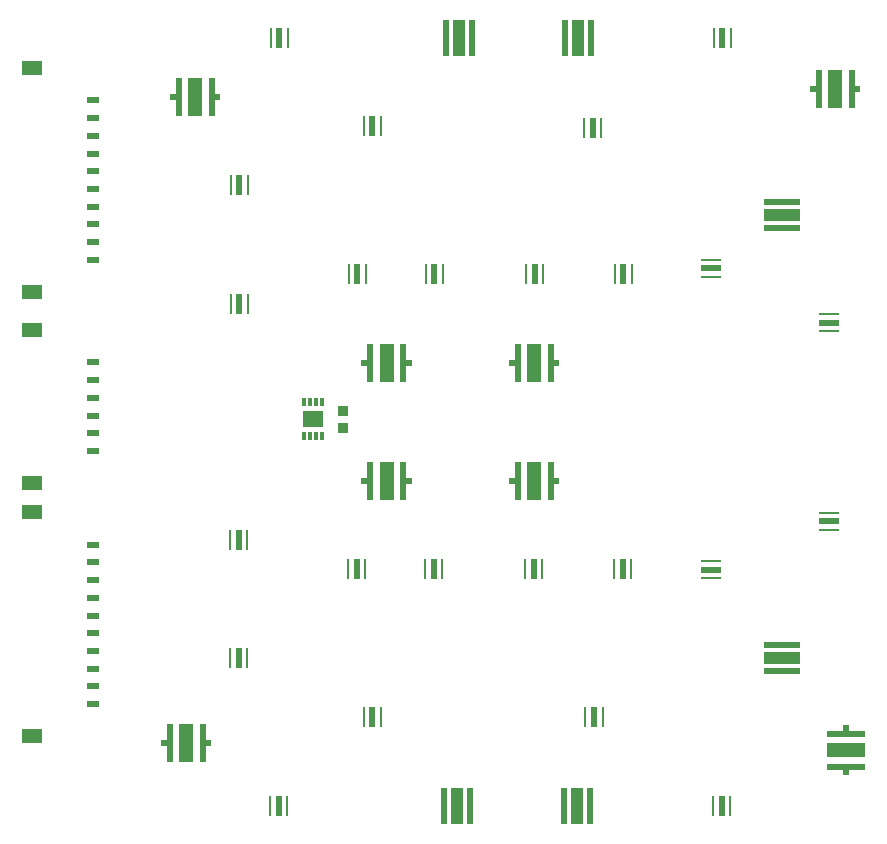
<source format=gtp>
G04*
G04 #@! TF.GenerationSoftware,Altium Limited,Altium Designer,19.0.12 (326)*
G04*
G04 Layer_Color=8421504*
%FSLAX25Y25*%
%MOIN*%
G70*
G01*
G75*
%ADD16R,0.01968X0.12992*%
%ADD17R,0.05118X0.12992*%
%ADD18R,0.12992X0.01968*%
%ADD19R,0.12992X0.05118*%
%ADD20R,0.00984X0.06693*%
%ADD21R,0.01968X0.06693*%
%ADD22R,0.06693X0.00984*%
%ADD23R,0.06693X0.01968*%
%ADD24R,0.03740X0.03740*%
%ADD25R,0.01181X0.02953*%
%ADD26R,0.06890X0.05709*%
%ADD27R,0.02165X0.12205*%
%ADD28R,0.04134X0.12205*%
%ADD29R,0.12205X0.02165*%
%ADD30R,0.12205X0.04134*%
%ADD31R,0.03937X0.02362*%
%ADD32R,0.07087X0.04921*%
%ADD33R,0.02165X0.01968*%
%ADD34R,0.01968X0.02165*%
D16*
X266512Y452756D02*
D03*
X255488D02*
D03*
X479839Y455500D02*
D03*
X468815D02*
D03*
X252488Y237500D02*
D03*
X263512D02*
D03*
X319291Y324803D02*
D03*
X330315D02*
D03*
X368504D02*
D03*
X379528D02*
D03*
Y364173D02*
D03*
X368504D02*
D03*
X330315D02*
D03*
X319291D02*
D03*
D17*
X261000Y452756D02*
D03*
X474327Y455500D02*
D03*
X258000Y237500D02*
D03*
X324803Y324803D02*
D03*
X374016D02*
D03*
Y364173D02*
D03*
X324803D02*
D03*
D18*
X478000Y229488D02*
D03*
Y240512D02*
D03*
D19*
Y235000D02*
D03*
D20*
X322854Y246061D02*
D03*
X317146D02*
D03*
X396806Y246000D02*
D03*
X391098D02*
D03*
X390646Y442500D02*
D03*
X396354D02*
D03*
X317146Y442913D02*
D03*
X322854D02*
D03*
X343307Y295276D02*
D03*
X337598D02*
D03*
X376772D02*
D03*
X371063D02*
D03*
X371260Y393701D02*
D03*
X376969D02*
D03*
X337795D02*
D03*
X343504D02*
D03*
X317717Y295276D02*
D03*
X312008D02*
D03*
X406299D02*
D03*
X400591D02*
D03*
X400787Y393701D02*
D03*
X406496D02*
D03*
X312205D02*
D03*
X317913D02*
D03*
X278346Y305118D02*
D03*
X272638D02*
D03*
X439370Y216535D02*
D03*
X433661D02*
D03*
X433857Y472441D02*
D03*
X439566D02*
D03*
X272835Y383858D02*
D03*
X278543D02*
D03*
X278346Y265748D02*
D03*
X272638D02*
D03*
X291732Y216535D02*
D03*
X286024D02*
D03*
X286220Y472441D02*
D03*
X291928D02*
D03*
X272835Y423228D02*
D03*
X278543D02*
D03*
D21*
X320000Y246061D02*
D03*
X393952Y246000D02*
D03*
X393500Y442500D02*
D03*
X320000Y442913D02*
D03*
X340453Y295276D02*
D03*
X373917D02*
D03*
X374114Y393701D02*
D03*
X340650D02*
D03*
X314862Y295276D02*
D03*
X403445D02*
D03*
X403642Y393701D02*
D03*
X315059D02*
D03*
X275492Y305118D02*
D03*
X436516Y216535D02*
D03*
X436712Y472441D02*
D03*
X275689Y383858D02*
D03*
X275492Y265748D02*
D03*
X288878Y216535D02*
D03*
X289074Y472441D02*
D03*
X275689Y423228D02*
D03*
D22*
X433071Y298031D02*
D03*
Y292323D02*
D03*
Y398425D02*
D03*
Y392717D02*
D03*
X472441Y314174D02*
D03*
Y308465D02*
D03*
Y380315D02*
D03*
Y374606D02*
D03*
D23*
X433071Y295177D02*
D03*
Y395571D02*
D03*
X472441Y311320D02*
D03*
Y377461D02*
D03*
D24*
X310236Y348130D02*
D03*
Y342421D02*
D03*
D25*
X297244Y339764D02*
D03*
X299213D02*
D03*
X301181D02*
D03*
X303150D02*
D03*
X297244Y351181D02*
D03*
X299213D02*
D03*
X301181D02*
D03*
X303150D02*
D03*
D26*
X300197Y345472D02*
D03*
D27*
X352599Y216535D02*
D03*
X343938D02*
D03*
X392520D02*
D03*
X383858D02*
D03*
X384409Y472441D02*
D03*
X393070D02*
D03*
X344488D02*
D03*
X353150D02*
D03*
D28*
X348268Y216535D02*
D03*
X388189D02*
D03*
X388739Y472441D02*
D03*
X348819D02*
D03*
D29*
X456693Y270079D02*
D03*
Y261417D02*
D03*
Y417717D02*
D03*
Y409055D02*
D03*
D30*
Y265748D02*
D03*
Y413386D02*
D03*
D31*
X227000Y303500D02*
D03*
Y297594D02*
D03*
Y250350D02*
D03*
Y256256D02*
D03*
Y262161D02*
D03*
Y268067D02*
D03*
Y273972D02*
D03*
Y279878D02*
D03*
Y285784D02*
D03*
Y291689D02*
D03*
Y364264D02*
D03*
Y358358D02*
D03*
Y352453D02*
D03*
Y346547D02*
D03*
Y340642D02*
D03*
Y334736D02*
D03*
Y451575D02*
D03*
Y445669D02*
D03*
Y398425D02*
D03*
Y404331D02*
D03*
Y410236D02*
D03*
Y416142D02*
D03*
Y422047D02*
D03*
Y427953D02*
D03*
Y433858D02*
D03*
Y439764D02*
D03*
D32*
X206528Y239602D02*
D03*
Y314248D02*
D03*
Y375012D02*
D03*
Y323988D02*
D03*
Y387677D02*
D03*
Y462323D02*
D03*
D33*
X253618Y452756D02*
D03*
X268382D02*
D03*
X466945Y455500D02*
D03*
X481709D02*
D03*
X265382Y237500D02*
D03*
X250618D02*
D03*
X332185Y324803D02*
D03*
X317421D02*
D03*
X381398D02*
D03*
X366634D02*
D03*
X366634Y364173D02*
D03*
X381398D02*
D03*
X317421D02*
D03*
X332185D02*
D03*
D34*
X478000Y242382D02*
D03*
Y227618D02*
D03*
M02*

</source>
